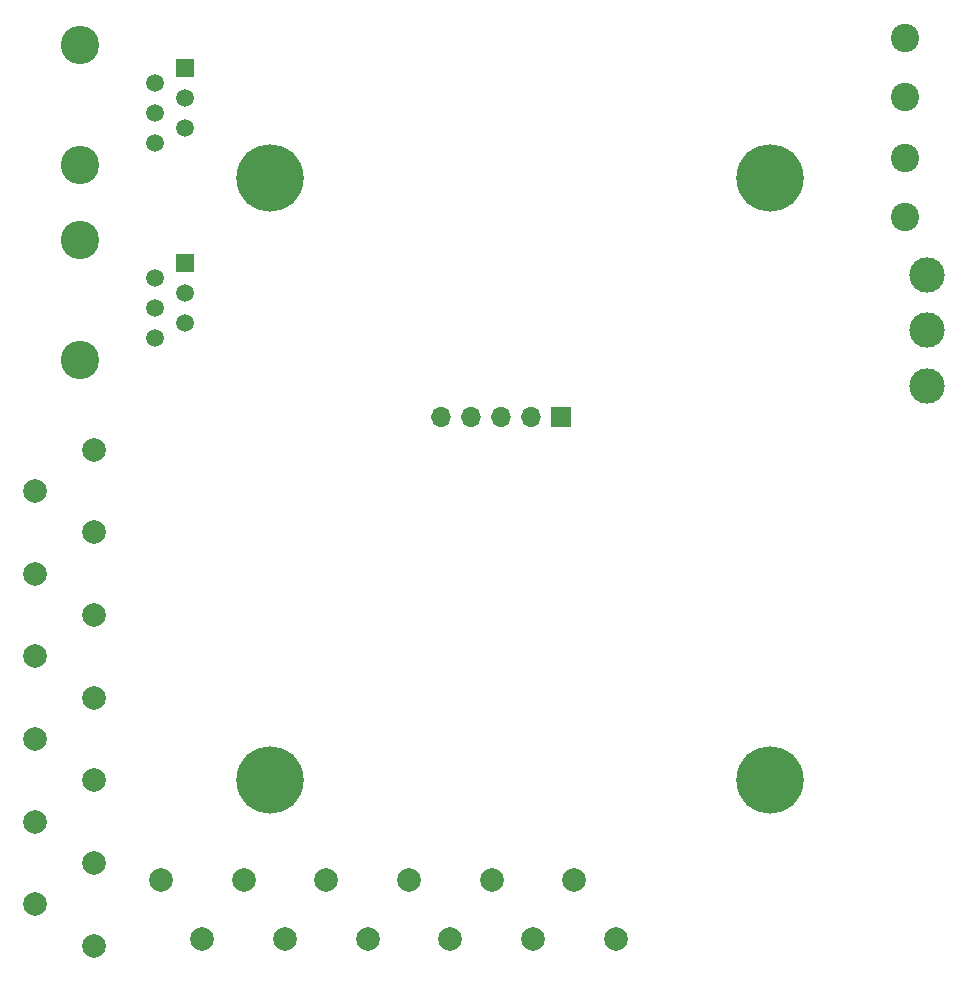
<source format=gbs>
G04 #@! TF.GenerationSoftware,KiCad,Pcbnew,(5.1.7)-1*
G04 #@! TF.CreationDate,2021-05-21T19:56:49+02:00*
G04 #@! TF.ProjectId,hlavniDPS,686c6176-6e69-4445-9053-2e6b69636164,rev?*
G04 #@! TF.SameCoordinates,Original*
G04 #@! TF.FileFunction,Soldermask,Bot*
G04 #@! TF.FilePolarity,Negative*
%FSLAX46Y46*%
G04 Gerber Fmt 4.6, Leading zero omitted, Abs format (unit mm)*
G04 Created by KiCad (PCBNEW (5.1.7)-1) date 2021-05-21 19:56:49*
%MOMM*%
%LPD*%
G01*
G04 APERTURE LIST*
%ADD10C,2.000000*%
%ADD11C,3.250000*%
%ADD12C,1.520000*%
%ADD13R,1.520000X1.520000*%
%ADD14C,2.400000*%
%ADD15C,5.700000*%
%ADD16R,1.700000X1.700000*%
%ADD17O,1.700000X1.700000*%
%ADD18C,3.000000*%
G04 APERTURE END LIST*
D10*
X160750000Y-121900000D03*
X164250000Y-126900000D03*
X153750000Y-121900000D03*
X157250000Y-126900000D03*
X146750000Y-121900000D03*
X150250000Y-126900000D03*
X139750000Y-121900000D03*
X143250000Y-126900000D03*
X132750000Y-121900000D03*
X136250000Y-126900000D03*
X125750000Y-121900000D03*
X129250000Y-126900000D03*
D11*
X118890000Y-77925000D03*
D12*
X125240000Y-76025000D03*
X127780000Y-74755000D03*
X125240000Y-73485000D03*
X127780000Y-72215000D03*
X125240000Y-70945000D03*
D11*
X118890000Y-67765000D03*
D13*
X127780000Y-69675000D03*
D14*
X188740000Y-60785000D03*
X188740000Y-65785000D03*
X188740000Y-50625000D03*
X188740000Y-55625000D03*
D15*
X177300000Y-62500000D03*
X135000000Y-113500000D03*
X177300000Y-113500000D03*
X135000000Y-62500000D03*
D11*
X118890000Y-61415000D03*
D12*
X125240000Y-59515000D03*
X127780000Y-58245000D03*
X125240000Y-56975000D03*
X127780000Y-55705000D03*
X125240000Y-54435000D03*
D11*
X118890000Y-51255000D03*
D13*
X127780000Y-53165000D03*
D16*
X159600000Y-82700000D03*
D17*
X157060000Y-82700000D03*
X154520000Y-82700000D03*
X151980000Y-82700000D03*
X149440000Y-82700000D03*
D18*
X190645000Y-80090000D03*
X190645000Y-75390000D03*
X190645000Y-70690000D03*
D10*
X115080000Y-89005000D03*
X120080000Y-85505000D03*
X115080000Y-96005000D03*
X120080000Y-92505000D03*
X115080000Y-103005000D03*
X120080000Y-99505000D03*
X115080000Y-110005000D03*
X120080000Y-106505000D03*
X115080000Y-117005000D03*
X120080000Y-113505000D03*
X115080000Y-124005000D03*
X120080000Y-120505000D03*
X120080000Y-127505000D03*
M02*

</source>
